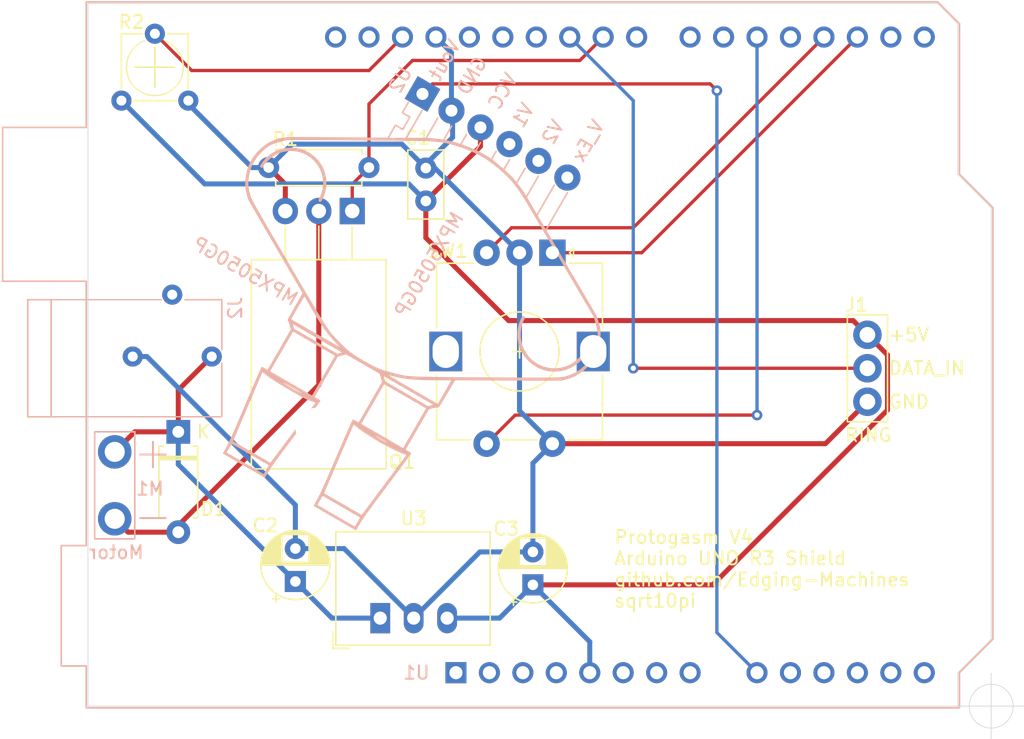
<source format=kicad_pcb>
(kicad_pcb (version 20211014) (generator pcbnew)
  (layers (0 "F.Cu" signal) (31 "B.Cu" signal) (34 "B.Paste" user) (35 "F.Paste" user) (36 "B.SilkS" user "B.Silkscreen") (37 "F.SilkS" user "F.Silkscreen") (38 "B.Mask" user) (39 "F.Mask" user) (44 "Edge.Cuts" user))
  (net 0 "")
  (net 1 "+5V")
  (net 2 "GND")
  (net 3 "+12V")
  (net 4 "/MOTOR-")
  (net 5 "/D10")
  (net 6 "/D9")
  (net 7 "/AREF")
  (net 8 "/D2")
  (net 9 "/D3")
  (net 10 "/D5")
  (net 23 "/A0")
  (footprint "Resistor_THT:R_Axial_DIN0207_L6.3mm_D2.5mm_P7.62mm_Horizontal" (layer "F.Cu") (at 130.556 83.566 180)
    (fp_text reference "R1" (at 6.354 2.159) (layer "F.SilkS"))
    (fp_text value "220k")
    (pad "1" thru_hole circle (at 0 0 180) (size 1.6 1.6) (drill 0.8) (layers *.Cu *.Mask) (net 6 "/D9"))
    (pad "2" thru_hole oval (at 7.62 0 180) (size 1.6 1.6) (drill 0.8) (layers *.Cu *.Mask) (net 2 "GND"))
  )
  (footprint "Rotary_Encoder:RotaryEncoder_Alps_EC12E-Switch_Vertical_H20mm" (layer "F.Cu") (at 144.486 90.032 -90)
    (fp_text reference "SW1" (at -0.127 7.9542 180) (layer "F.SilkS"))
    (fp_text value "Rotary_Encoder_Switch")
    (pad "A" thru_hole rect (at 0 0 270) (size 2 2) (drill 1) (layers *.Cu *.Mask) (net 8 "/D2"))
    (pad "B" thru_hole circle (at 0 5 270) (size 2 2) (drill 1) (layers *.Cu *.Mask) (net 9 "/D3"))
    (pad "C" thru_hole circle (at 0 2.5 270) (size 2 2) (drill 1) (layers *.Cu *.Mask) (net 2 "GND"))
    (pad "MP" thru_hole rect (at 7.5 -3.1 270) (size 3 2.5) (drill oval 2.5 2) (layers *.Cu *.Mask))
    (pad "MP" thru_hole rect (at 7.5 8.1 270) (size 3 2.5) (drill oval 2.5 2) (layers *.Cu *.Mask))
    (pad "S1" thru_hole circle (at 14.5 0 270) (size 2 2) (drill 1) (layers *.Cu *.Mask) (net 2 "GND"))
    (pad "S2" thru_hole circle (at 14.5 5 270) (size 2 2) (drill 1) (layers *.Cu *.Mask) (net 10 "/D5"))
  )
  (footprint "Capacitor_THT:C_Disc_D5.0mm_W2.5mm_P2.50mm" (layer "F.Cu") (at 134.874 86.106 90)
    (fp_text reference "C1" (at 4.8006 -0.639 180) (layer "F.SilkS"))
    (fp_text value "0u1")
    (pad "1" thru_hole circle (at 0 0 90) (size 1.6 1.6) (drill 0.8) (layers *.Cu *.Mask) (net 1 "+5V"))
    (pad "2" thru_hole circle (at 2.5 0 90) (size 1.6 1.6) (drill 0.8) (layers *.Cu *.Mask) (net 2 "GND"))
  )
  (footprint "Capacitor_THT:CP_Radial_D5.0mm_P2.50mm" (layer "F.Cu") (at 143.002 115.251113 90)
    (fp_text reference "C3" (at 4.253113 -2.032 180) (layer "F.SilkS"))
    (fp_text value "10u")
    (pad "1" thru_hole rect (at 0 0 90) (size 1.6 1.6) (drill 0.8) (layers *.Cu *.Mask) (net 1 "+5V"))
    (pad "2" thru_hole circle (at 2.5 0 90) (size 1.6 1.6) (drill 0.8) (layers *.Cu *.Mask) (net 2 "GND"))
  )
  (footprint "Converter_DCDC:Converter_DCDC_RECOM_R-78E-0.5_THT" (layer "F.Cu") (at 131.411 117.7775)
    (fp_text reference "U3" (at 2.54 -7.56) (layer "F.SilkS"))
    (fp_text value "R-78E5.0-0.5")
    (pad "1" thru_hole rect (at 0 0) (size 1.5 2.3) (drill 1) (layers *.Cu *.Mask) (net 3 "+12V"))
    (pad "2" thru_hole oval (at 2.54 0) (size 1.5 2.3) (drill 1) (layers *.Cu *.Mask) (net 2 "GND"))
    (pad "3" thru_hole oval (at 5.08 0) (size 1.5 2.3) (drill 1) (layers *.Cu *.Mask) (net 1 "+5V"))
  )
  (footprint "Package_TO_SOT_THT:TO-220-3_Horizontal_TabDown" (layer "F.Cu") (at 129.286 86.868 180)
    (fp_text reference "Q1" (at -3.7846 -19.05) (layer "F.SilkS"))
    (fp_text value "FQP30N06L")
    (pad "" np_thru_hole oval (at 2.54 -16.66 180) (size 3.5 3.5) (drill 3.5) (layers *.Cu *.Mask))
    (pad "1" thru_hole rect (at 0 0 180) (size 1.905 2) (drill 1.1) (layers *.Cu *.Mask) (net 6 "/D9"))
    (pad "2" thru_hole oval (at 2.54 0 180) (size 1.905 2) (drill 1.1) (layers *.Cu *.Mask) (net 4 "/MOTOR-"))
    (pad "3" thru_hole oval (at 5.08 0 180) (size 1.905 2) (drill 1.1) (layers *.Cu *.Mask) (net 2 "GND"))
  )
  (footprint "Capacitor_THT:CP_Radial_D5.0mm_P2.50mm" (layer "F.Cu") (at 124.968 114.997113 90)
    (fp_text reference "C2" (at 4.253113 -2.286 180) (layer "F.SilkS"))
    (fp_text value "10u")
    (pad "1" thru_hole rect (at 0 0 90) (size 1.6 1.6) (drill 0.8) (layers *.Cu *.Mask) (net 3 "+12V"))
    (pad "2" thru_hole circle (at 2.5 0 90) (size 1.6 1.6) (drill 0.8) (layers *.Cu *.Mask) (net 2 "GND"))
  )
  (footprint "custom-footprints:Neopixel_Ring_WirePins" (layer "F.Cu") (at 168.402 96.266)
    (fp_text reference "J1" (at -1.778 -2.286 unlocked) (layer "F.SilkS") (effects (justify left)))
    (fp_text value "Neopixel_Ring_Header")
    (fp_text user "DATA_IN" (at 1.524 2.54 unlocked) (layer "F.SilkS") (effects (justify left)))
    (fp_text user "+5V" (at 1.524 0 unlocked) (layer "F.SilkS") (effects (justify left)))
    (fp_text user "RING" (at -1.778 7.62 unlocked) (layer "F.SilkS") (effects (justify left)))
    (fp_text user "GND" (at 1.524 5.08 unlocked) (layer "F.SilkS") (effects (justify left)))
    (pad "1" thru_hole circle (at 0 0) (size 2.159 2.159) (drill 1.1938) (layers *.Cu *.Mask) (net 1 "+5V"))
    (pad "2" thru_hole circle (at 0 2.54) (size 2.159 2.159) (drill 1.1938) (layers *.Cu *.Mask) (net 5 "/D10"))
    (pad "3" thru_hole circle (at 0 5.08) (size 2.159 2.159) (drill 1.1938) (layers *.Cu *.Mask) (net 2 "GND"))
  )
  (footprint "Diode_THT:D_A-405_P7.62mm_Horizontal" (layer "F.Cu") (at 116.078 103.632 -90)
    (fp_text reference "D1" (at 5.8674 -2.671) (layer "F.SilkS"))
    (fp_text value "1N5818-B")
    (fp_text user "K" (at 0 -1.909) (layer "F.SilkS"))
    (pad "1" thru_hole rect (at 0 0 270) (size 1.8 1.8) (drill 0.9) (layers *.Cu *.Mask) (net 3 "+12V"))
    (pad "2" thru_hole oval (at 7.62 0 270) (size 1.8 1.8) (drill 0.9) (layers *.Cu *.Mask) (net 4 "/MOTOR-"))
  )
  (footprint "custom-footprints:uxcell_TRIMPOT" (layer "F.Cu") (at 111.76 78.486)
    (fp_text reference "R2" (at 0.758 -5.969 unlocked) (layer "F.SilkS"))
    (fp_text value "TRIMPOT")
    (pad "1" thru_hole circle (at 0 0) (size 1.524 1.524) (drill 0.762) (layers *.Cu *.Mask) (net 1 "+5V"))
    (pad "2" thru_hole circle (at 2.54 -5.08) (size 1.524 1.524) (drill 0.762) (layers *.Cu *.Mask) (net 7 "/AREF"))
    (pad "3" thru_hole circle (at 5.08 0) (size 1.524 1.524) (drill 0.762) (layers *.Cu *.Mask) (net 2 "GND"))
  )
  (footprint "custom-footprints:2.1mm DC Barrel Jack" (layer "B.Cu") (at 118.618 97.917 -90)
    (fp_text reference "J2" (at -3.683 -1.778 90 unlocked) (layer "B.SilkS") (effects (justify mirror)))
    (fp_text value "Jack-DC")
    (pad "1" thru_hole circle (at 0 0 270) (size 1.524 1.524) (drill 0.762) (layers *.Cu *.Mask) (net 3 "+12V"))
    (pad "2" thru_hole circle (at 0 6 270) (size 1.524 1.524) (drill 0.762) (layers *.Cu *.Mask) (net 2 "GND"))
    (pad "3" thru_hole circle (at -4.7 3 270) (size 1.524 1.524) (drill 0.762) (layers *.Cu *.Mask))
  )
  (footprint "Module:Arduino_UNO_R3_WithMountingHoles" (layer "B.Cu") (at 137.16 121.92)
    (fp_text reference "U1" (at -1.905 0) (layer "B.SilkS") (effects (justify left mirror)))
    (fp_text value "Arduino_UNO_R3")
    (pad "" np_thru_hole circle locked (at -12.7 -48.26 270) (size 3.2 3.2) (drill 3.2) (layers *.Cu *.Mask))
    (pad "" np_thru_hole circle locked (at 38.1 -5.08 270) (size 3.2 3.2) (drill 3.2) (layers *.Cu *.Mask))
    (pad "" np_thru_hole circle locked (at -13.97 0 270) (size 3.2 3.2) (drill 3.2) (layers *.Cu *.Mask))
    (pad "" np_thru_hole circle locked (at 38.1 -33.02 270) (size 3.2 3.2) (drill 3.2) (layers *.Cu *.Mask))
    (pad "1" thru_hole rect locked (at 0 0 270) (size 1.6 1.6) (drill 1) (layers *.Cu *.Mask))
    (pad "2" thru_hole oval locked (at 2.54 0 270) (size 1.6 1.6) (drill 1) (layers *.Cu *.Mask))
    (pad "3" thru_hole oval locked (at 5.08 0 270) (size 1.6 1.6) (drill 1) (layers *.Cu *.Mask))
    (pad "4" thru_hole oval locked (at 7.62 0 270) (size 1.6 1.6) (drill 1) (layers *.Cu *.Mask))
    (pad "5" thru_hole oval locked (at 10.16 0 270) (size 1.6 1.6) (drill 1) (layers *.Cu *.Mask) (net 1 "+5V"))
    (pad "6" thru_hole oval locked (at 12.7 0 270) (size 1.6 1.6) (drill 1) (layers *.Cu *.Mask))
    (pad "7" thru_hole oval locked (at 15.24 0 270) (size 1.6 1.6) (drill 1) (layers *.Cu *.Mask))
    (pad "8" thru_hole oval locked (at 17.78 0 270) (size 1.6 1.6) (drill 1) (layers *.Cu *.Mask))
    (pad "9" thru_hole oval locked (at 22.86 0 270) (size 1.6 1.6) (drill 1) (layers *.Cu *.Mask) (net 23 "/A0"))
    (pad "10" thru_hole oval locked (at 25.4 0 270) (size 1.6 1.6) (drill 1) (layers *.Cu *.Mask))
    (pad "11" thru_hole oval locked (at 27.94 0 270) (size 1.6 1.6) (drill 1) (layers *.Cu *.Mask))
    (pad "12" thru_hole oval locked (at 30.48 0 270) (size 1.6 1.6) (drill 1) (layers *.Cu *.Mask))
    (pad "13" thru_hole oval locked (at 33.02 0 270) (size 1.6 1.6) (drill 1) (layers *.Cu *.Mask))
    (pad "14" thru_hole oval locked (at 35.56 0 270) (size 1.6 1.6) (drill 1) (layers *.Cu *.Mask))
    (pad "15" thru_hole oval locked (at 35.56 -48.26 270) (size 1.6 1.6) (drill 1) (layers *.Cu *.Mask))
    (pad "16" thru_hole oval locked (at 33.02 -48.26 270) (size 1.6 1.6) (drill 1) (layers *.Cu *.Mask))
    (pad "17" thru_hole oval locked (at 30.48 -48.26 270) (size 1.6 1.6) (drill 1) (layers *.Cu *.Mask) (net 8 "/D2"))
    (pad "18" thru_hole oval locked (at 27.94 -48.26 270) (size 1.6 1.6) (drill 1) (layers *.Cu *.Mask) (net 9 "/D3"))
    (pad "19" thru_hole oval locked (at 25.4 -48.26 270) (size 1.6 1.6) (drill 1) (layers *.Cu *.Mask))
    (pad "20" thru_hole oval locked (at 22.86 -48.26 270) (size 1.6 1.6) (drill 1) (layers *.Cu *.Mask) (net 10 "/D5"))
    (pad "21" thru_hole oval locked (at 20.32 -48.26 270) (size 1.6 1.6) (drill 1) (layers *.Cu *.Mask))
    (pad "22" thru_hole oval locked (at 17.78 -48.26 270) (size 1.6 1.6) (drill 1) (layers *.Cu *.Mask))
    (pad "23" thru_hole oval locked (at 13.72 -48.26 270) (size 1.6 1.6) (drill 1) (layers *.Cu *.Mask))
    (pad "24" thru_hole oval locked (at 11.18 -48.26 270) (size 1.6 1.6) (drill 1) (layers *.Cu *.Mask) (net 6 "/D9"))
    (pad "25" thru_hole oval locked (at 8.64 -48.26 270) (size 1.6 1.6) (drill 1) (layers *.Cu *.Mask) (net 5 "/D10"))
    (pad "26" thru_hole oval locked (at 6.1 -48.26 270) (size 1.6 1.6) (drill 1) (layers *.Cu *.Mask))
    (pad "27" thru_hole oval locked (at 3.56 -48.26 270) (size 1.6 1.6) (drill 1) (layers *.Cu *.Mask))
    (pad "28" thru_hole oval locked (at 1.02 -48.26 270) (size 1.6 1.6) (drill 1) (layers *.Cu *.Mask))
    (pad "29" thru_hole oval locked (at -1.52 -48.26 270) (size 1.6 1.6) (drill 1) (layers *.Cu *.Mask) (net 2 "GND"))
    (pad "30" thru_hole oval locked (at -4.06 -48.26 270) (size 1.6 1.6) (drill 1) (layers *.Cu *.Mask) (net 7 "/AREF"))
    (pad "31" thru_hole oval locked (at -6.6 -48.26 270) (size 1.6 1.6) (drill 1) (layers *.Cu *.Mask))
    (pad "32" thru_hole oval locked (at -9.14 -48.26 270) (size 1.6 1.6) (drill 1) (layers *.Cu *.Mask))
  )
  (footprint "custom-footprints:MPX5050GP" (layer "B.Cu") (at 134.62 77.978 -120)
    (fp_text reference "U2" (at -1.19 1.99 60 unlocked) (layer "B.SilkS") (effects (justify left mirror)))
    (fp_text value "MPX5050GP")
    (fp_text user "V_Ex" (at -4.971236 -12.674434 60 unlocked) (layer "B.SilkS") (effects (justify left mirror)))
    (fp_text user "VCC" (at -4.748823 -5.177202 60 unlocked) (layer "B.SilkS") (effects (justify left mirror)))
    (fp_text user "V2" (at -3.447236 -10.034789 60 unlocked) (layer "B.SilkS") (effects (justify left mirror)))
    (fp_text user "V1" (at -3.404089 -7.420054 60 unlocked) (layer "B.SilkS") (effects (justify left mirror)))
    (fp_text user "Vout" (at -4.789527 -0.167705 60 unlocked) (layer "B.SilkS") (effects (justify left mirror)))
    (fp_text user "MPX5050GP" (at 18.389434 4.927434 -30 unlocked) (layer "B.SilkS") (effects (justify mirror)))
    (fp_text user "GND" (at -4.705675 -2.562468 60 unlocked) (layer "B.SilkS") (effects (justify left mirror)))
    (fp_text user "MPX5050GP" (at 10.964493 -6.916941 60 unlocked) (layer "B.SilkS") (effects (justify mirror)))
    (pad "1" thru_hole rect (at 0 0 240) (size 1.9812 1.9812) (drill 0.9144) (layers *.Cu *.Mask) (net 23 "/A0"))
    (pad "2" thru_hole circle (at 0 -2.54 240) (size 1.9812 1.9812) (drill 0.9144) (layers *.Cu *.Mask) (net 2 "GND"))
    (pad "3" thru_hole circle (at 0 -5.08 240) (size 1.9812 1.9812) (drill 0.9144) (layers *.Cu *.Mask) (net 1 "+5V"))
    (pad "4" thru_hole circle (at 0 -7.62 240) (size 1.9812 1.9812) (drill 0.9144) (layers *.Cu *.Mask))
    (pad "5" thru_hole circle (at 0 -10.16 240) (size 1.9812 1.9812) (drill 0.9144) (layers *.Cu *.Mask))
    (pad "6" thru_hole circle (at 0 -12.7 240) (size 1.9812 1.9812) (drill 0.9144) (layers *.Cu *.Mask))
  )
  (footprint "custom-footprints:Motor_DC_WirePins" (layer "B.Cu") (at 111.252 105.156 180)
    (fp_text reference "M1" (at -3.81 -2.794 unlocked) (layer "B.SilkS") (effects (justify left mirror)))
    (fp_text value "Motor_DC")
    (fp_text user "+" (at -4.572 0 unlocked) (layer "B.SilkS") (effects (font (size 2.54 2.54)) (justify left mirror)))
    (fp_text user "Motor" (at -2.29 -7.62 unlocked) (layer "B.SilkS") (effects (justify left mirror)))
    (fp_text user "-" (at -4.572 -4.826 unlocked) (layer "B.SilkS") (effects (font (size 2.54 2.54)) (justify left mirror)))
    (pad "1" thru_hole circle (at 0 0 180) (size 2.54 2.54) (drill 1.524) (layers *.Cu *.Mask) (net 3 "+12V"))
    (pad "2" thru_hole circle (at 0 -5.08 180) (size 2.54 2.54) (drill 1.524) (layers *.Cu *.Mask) (net 4 "/MOTOR-"))
  )
  (gr_line (start 175.26 121.92) (end 177.8 119.38) (layer "Edge.Cuts") (width 0.05))
  (gr_line (start 173.736 71.12) (end 109.22 71.12) (layer "Edge.Cuts") (width 0.05))
  (gr_line (start 109.22 124.46) (end 175.26 124.46) (layer "Edge.Cuts") (width 0.05))
  (gr_line (start 175.26 84.074) (end 175.26 72.644) (layer "Edge.Cuts") (width 0.05))
  (gr_line (start 175.26 72.644) (end 173.736 71.12) (layer "Edge.Cuts") (width 0.05))
  (gr_line (start 109.22 71.12) (end 109.22 124.46) (layer "Edge.Cuts") (width 0.05))
  (gr_line (start 177.8 119.38) (end 177.8 86.614) (layer "Edge.Cuts") (width 0.05))
  (gr_line (start 177.8 86.614) (end 175.26 84.074) (layer "Edge.Cuts") (width 0.05))
  (gr_line (start 175.26 124.46) (end 175.26 121.92) (layer "Edge.Cuts") (width 0.05))
  (gr_text "Protogasm V4\nArduino UNO R3 Shield\ngithub.com/Edging-Machines\nsqrt10pi" (at 149.098 114.046) (layer "F.SilkS") (effects (font (size 1 1)) (justify left)))
  (target plus (at 177.8 124.46) (size 5) (width 0.05) (layer "Edge.Cuts"))
  (segment (start 134.874 88.9) (end 134.874 86.106) (width 0.381) (layer "F.Cu") (net 1))
  (segment (start 134.874 86.106) (end 139.019409 81.960591) (width 0.381) (layer "F.Cu") (net 1))
  (segment (start 169.925511 97.789511) (end 168.402 96.266) (width 0.381) (layer "F.Cu") (net 1))
  (segment (start 139.019409 81.960591) (end 139.019409 80.518) (width 0.381) (layer "F.Cu") (net 1))
  (segment (start 141.1605 95.1865) (end 134.874 88.9) (width 0.381) (layer "F.Cu") (net 1))
  (segment (start 167.3225 95.1865) (end 141.1605 95.1865) (width 0.381) (layer "F.Cu") (net 1))
  (segment (start 169.925511 101.97706) (end 169.925511 97.789511) (width 0.381) (layer "F.Cu") (net 1))
  (segment (start 156.651458 115.251113) (end 169.925511 101.97706) (width 0.381) (layer "F.Cu") (net 1))
  (segment (start 143.002 115.251113) (end 156.651458 115.251113) (width 0.381) (layer "F.Cu") (net 1))
  (segment (start 168.402 96.266) (end 167.3225 95.1865) (width 0.381) (layer "F.Cu") (net 1))
  (segment (start 147.32 119.569113) (end 143.002 115.251113) (width 0.381) (layer "B.Cu") (net 1))
  (segment (start 136.491 117.7775) (end 140.475613 117.7775) (width 0.381) (layer "B.Cu") (net 1))
  (segment (start 147.32 121.92) (end 147.32 119.569113) (width 0.381) (layer "B.Cu") (net 1))
  (segment (start 118.084011 84.810011) (end 133.578011 84.810011) (width 0.381) (layer "B.Cu") (net 1))
  (segment (start 140.475613 117.7775) (end 143.002 115.251113) (width 0.381) (layer "B.Cu") (net 1))
  (segment (start 133.578011 84.810011) (end 134.874 86.106) (width 0.381) (layer "B.Cu") (net 1))
  (segment (start 111.76 78.486) (end 118.084011 84.810011) (width 0.381) (layer "B.Cu") (net 1))
  (segment (start 165.216 104.532) (end 168.402 101.346) (width 0.381) (layer "F.Cu") (net 2))
  (segment (start 124.206 86.868) (end 124.206 84.836) (width 0.381) (layer "F.Cu") (net 2))
  (segment (start 144.486 104.532) (end 165.216 104.532) (width 0.381) (layer "F.Cu") (net 2))
  (segment (start 124.206 84.836) (end 122.936 83.566) (width 0.381) (layer "F.Cu") (net 2))
  (segment (start 133.951 117.7775) (end 138.977387 112.751113) (width 0.381) (layer "B.Cu") (net 2))
  (segment (start 136.906 79.334295) (end 136.819705 79.248) (width 0.381) (layer "B.Cu") (net 2))
  (segment (start 116.84 78.74) (end 116.84 78.486) (width 0.381) (layer "B.Cu") (net 2))
  (segment (start 138.977387 112.751113) (end 143.002 112.751113) (width 0.381) (layer "B.Cu") (net 2))
  (segment (start 113.69563 97.917) (end 124.968 109.18937) (width 0.381) (layer "B.Cu") (net 2))
  (segment (start 124.714 81.788) (end 122.936 83.566) (width 0.381) (layer "B.Cu") (net 2))
  (segment (start 136.906 81.28) (end 136.906 79.334295) (width 0.381) (layer "B.Cu") (net 2))
  (segment (start 136.819705 74.839705) (end 135.64 73.66) (width 0.381) (layer "B.Cu") (net 2))
  (segment (start 133.056 81.788) (end 124.714 81.788) (width 0.381) (layer "B.Cu") (net 2))
  (segment (start 141.986 102.032) (end 141.986 90.032) (width 0.381) (layer "B.Cu") (net 2))
  (segment (start 134.874 83.606) (end 135.56 83.606) (width 0.381) (layer "B.Cu") (net 2))
  (segment (start 124.968 109.18937) (end 124.968 112.497113) (width 0.381) (layer "B.Cu") (net 2))
  (segment (start 134.874 83.312) (end 136.906 81.28) (width 0.381) (layer "B.Cu") (net 2))
  (segment (start 134.874 83.606) (end 134.874 83.312) (width 0.381) (layer "B.Cu") (net 2))
  (segment (start 128.670613 112.497113) (end 133.951 117.7775) (width 0.381) (layer "B.Cu") (net 2))
  (segment (start 135.56 83.606) (end 141.986 90.032) (width 0.381) (layer "B.Cu") (net 2))
  (segment (start 144.486 104.532) (end 141.986 102.032) (width 0.381) (layer "B.Cu") (net 2))
  (segment (start 143.002 112.751113) (end 143.002 106.016) (width 0.381) (layer "B.Cu") (net 2))
  (segment (start 143.002 106.016) (end 144.486 104.532) (width 0.381) (layer "B.Cu") (net 2))
  (segment (start 121.666 83.566) (end 116.84 78.74) (width 0.381) (layer "B.Cu") (net 2))
  (segment (start 136.819705 79.248) (end 136.819705 74.839705) (width 0.381) (layer "B.Cu") (net 2))
  (segment (start 122.936 83.566) (end 121.666 83.566) (width 0.381) (layer "B.Cu") (net 2))
  (segment (start 124.968 112.497113) (end 128.670613 112.497113) (width 0.381) (layer "B.Cu") (net 2))
  (segment (start 134.874 83.606) (end 133.056 81.788) (width 0.381) (layer "B.Cu") (net 2))
  (segment (start 112.618 97.917) (end 113.69563 97.917) (width 0.381) (layer "B.Cu") (net 2))
  (segment (start 112.776 103.632) (end 111.252 105.156) (width 0.381) (layer "F.Cu") (net 3))
  (segment (start 116.078 103.632) (end 112.776 103.632) (width 0.381) (layer "F.Cu") (net 3))
  (segment (start 116.078 100.457) (end 118.618 97.917) (width 0.381) (layer "F.Cu") (net 3))
  (segment (start 116.078 103.632) (end 116.078 100.457) (width 0.381) (layer "F.Cu") (net 3))
  (segment (start 116.078 106.107113) (end 116.078 103.632) (width 0.381) (layer "B.Cu") (net 3))
  (segment (start 124.968 114.997113) (end 116.078 106.107113) (width 0.381) (layer "B.Cu") (net 3))
  (segment (start 127.748387 117.7775) (end 124.968 114.997113) (width 0.381) (layer "B.Cu") (net 3))
  (segment (start 131.411 117.7775) (end 127.748387 117.7775) (width 0.381) (layer "B.Cu") (net 3))
  (segment (start 126.746 100.076) (end 126.746 86.868) (width 0.381) (layer "F.Cu") (net 4))
  (segment (start 112.268 111.252) (end 116.078 111.252) (width 0.381) (layer "F.Cu") (net 4))
  (segment (start 111.252 110.236) (end 112.268 111.252) (width 0.381) (layer "F.Cu") (net 4))
  (segment (start 116.078 110.744) (end 126.746 100.076) (width 0.381) (layer "F.Cu") (net 4))
  (segment (start 116.078 111.252) (end 116.078 110.744) (width 0.25) (layer "F.Cu") (net 4))
  (segment (start 168.402 98.806) (end 150.622 98.806) (width 0.25) (layer "F.Cu") (net 5))
  (via (at 150.622 98.806) (size 0.8) (drill 0.4) (layers "F.Cu" "B.Cu") (net 5))
  (segment (start 150.622 78.482) (end 145.8 73.66) (width 0.25) (layer "B.Cu") (net 5))
  (segment (start 150.622 98.806) (end 150.622 78.482) (width 0.25) (layer "B.Cu") (net 5))
  (segment (start 146.562 75.438) (end 148.34 73.66) (width 0.25) (layer "F.Cu") (net 6))
  (segment (start 133.858 75.438) (end 146.562 75.438) (width 0.25) (layer "F.Cu") (net 6))
  (segment (start 130.556 78.74) (end 133.858 75.438) (width 0.25) (layer "F.Cu") (net 6))
  (segment (start 129.286 86.868) (end 129.286 84.836) (width 0.25) (layer "F.Cu") (net 6))
  (segment (start 129.286 84.836) (end 130.556 83.566) (width 0.25) (layer "F.Cu") (net 6))
  (segment (start 130.556 83.566) (end 130.556 78.74) (width 0.25) (layer "F.Cu") (net 6))
  (segment (start 130.56 76.2) (end 133.1 73.66) (width 0.25) (layer "F.Cu") (net 7))
  (segment (start 117.094 76.2) (end 130.56 76.2) (width 0.25) (layer "F.Cu") (net 7))
  (segment (start 114.3 73.406) (end 117.094 76.2) (width 0.25) (layer "F.Cu") (net 7))
  (segment (start 151.268 90.032) (end 167.64 73.66) (width 0.25) (layer "F.Cu") (net 8))
  (segment (start 144.486 90.032) (end 151.268 90.032) (width 0.25) (layer "F.Cu") (net 8))
  (segment (start 150.622 88.138) (end 165.1 73.66) (width 0.25) (layer "F.Cu") (net 9))
  (segment (start 141.38 88.138) (end 150.622 88.138) (width 0.25) (layer "F.Cu") (net 9))
  (segment (start 139.486 90.032) (end 141.38 88.138) (width 0.25) (layer "F.Cu") (net 9))
  (segment (start 141.656 102.362) (end 160.02 102.362) (width 0.25) (layer "F.Cu") (net 10))
  (segment (start 139.486 104.532) (end 141.656 102.362) (width 0.25) (layer "F.Cu") (net 10))
  (via (at 160.02 102.362) (size 0.8) (drill 0.4) (layers "F.Cu" "B.Cu") (net 10))
  (segment (start 160.02 73.66) (end 160.02 102.362) (width 0.25) (layer "B.Cu") (net 10))
  (segment (start 156.464 77.216) (end 135.382 77.216) (width 0.25) (layer "F.Cu") (net 23))
  (segment (start 135.382 77.216) (end 134.62 77.978) (width 0.25) (layer "F.Cu") (net 23))
  (segment (start 156.972 77.724) (end 156.464 77.216) (width 0.25) (layer "F.Cu") (net 23))
  (via (at 156.972 77.724) (size 0.8) (drill 0.4) (layers "F.Cu" "B.Cu") (net 23))
  (segment (start 156.972 118.872) (end 156.972 77.724) (width 0.25) (layer "B.Cu") (net 23))
  (segment (start 160.02 121.92) (end 156.972 118.872) (width 0.25) (layer "B.Cu") (net 23))
)
</source>
